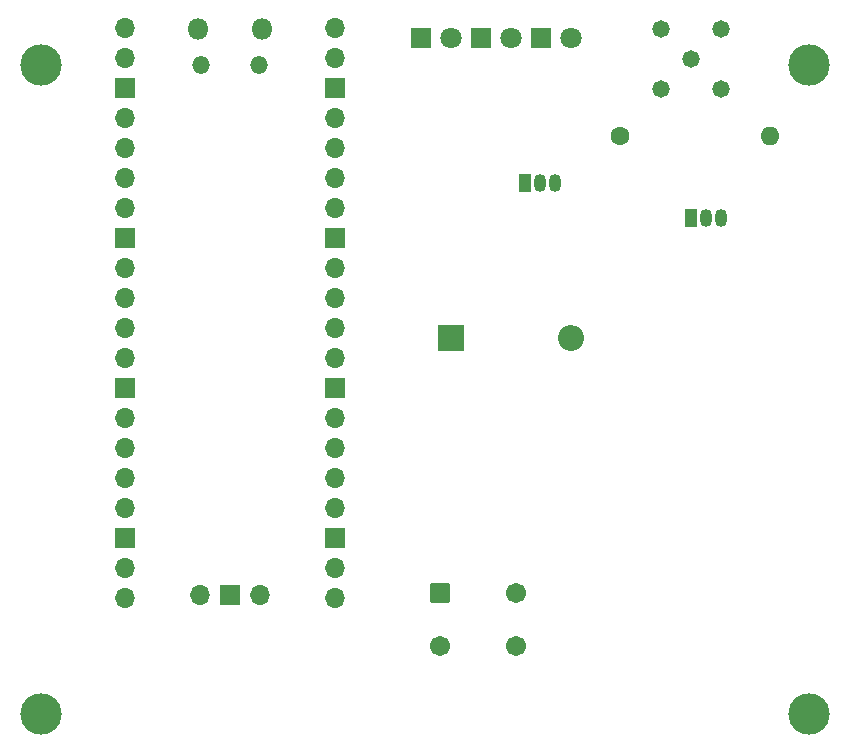
<source format=gbs>
G04 #@! TF.GenerationSoftware,KiCad,Pcbnew,7.0.8-7.0.8~ubuntu22.04.1*
G04 #@! TF.CreationDate,2023-12-12T02:33:25+01:00*
G04 #@! TF.ProjectId,kicad,6b696361-642e-46b6-9963-61645f706362,rev?*
G04 #@! TF.SameCoordinates,Original*
G04 #@! TF.FileFunction,Soldermask,Bot*
G04 #@! TF.FilePolarity,Negative*
%FSLAX46Y46*%
G04 Gerber Fmt 4.6, Leading zero omitted, Abs format (unit mm)*
G04 Created by KiCad (PCBNEW 7.0.8-7.0.8~ubuntu22.04.1) date 2023-12-12 02:33:25*
%MOMM*%
%LPD*%
G01*
G04 APERTURE LIST*
G04 Aperture macros list*
%AMRoundRect*
0 Rectangle with rounded corners*
0 $1 Rounding radius*
0 $2 $3 $4 $5 $6 $7 $8 $9 X,Y pos of 4 corners*
0 Add a 4 corners polygon primitive as box body*
4,1,4,$2,$3,$4,$5,$6,$7,$8,$9,$2,$3,0*
0 Add four circle primitives for the rounded corners*
1,1,$1+$1,$2,$3*
1,1,$1+$1,$4,$5*
1,1,$1+$1,$6,$7*
1,1,$1+$1,$8,$9*
0 Add four rect primitives between the rounded corners*
20,1,$1+$1,$2,$3,$4,$5,0*
20,1,$1+$1,$4,$5,$6,$7,0*
20,1,$1+$1,$6,$7,$8,$9,0*
20,1,$1+$1,$8,$9,$2,$3,0*%
G04 Aperture macros list end*
%ADD10R,1.800000X1.800000*%
%ADD11C,1.800000*%
%ADD12O,1.800000X1.800000*%
%ADD13O,1.500000X1.500000*%
%ADD14O,1.700000X1.700000*%
%ADD15R,1.700000X1.700000*%
%ADD16R,1.050000X1.500000*%
%ADD17O,1.050000X1.500000*%
%ADD18R,2.200000X2.200000*%
%ADD19O,2.200000X2.200000*%
%ADD20C,3.500000*%
%ADD21C,1.473200*%
%ADD22RoundRect,0.102000X-0.749000X-0.749000X0.749000X-0.749000X0.749000X0.749000X-0.749000X0.749000X0*%
%ADD23C,1.702000*%
%ADD24C,1.600000*%
%ADD25O,1.600000X1.600000*%
G04 APERTURE END LIST*
D10*
X137160000Y-45720000D03*
D11*
X139700000Y-45720000D03*
D12*
X118275000Y-45000000D03*
D13*
X118575000Y-48030000D03*
X123425000Y-48030000D03*
D12*
X123725000Y-45000000D03*
D14*
X112110000Y-44870000D03*
X112110000Y-47410000D03*
D15*
X112110000Y-49950000D03*
D14*
X112110000Y-52490000D03*
X112110000Y-55030000D03*
X112110000Y-57570000D03*
X112110000Y-60110000D03*
D15*
X112110000Y-62650000D03*
D14*
X112110000Y-65190000D03*
X112110000Y-67730000D03*
X112110000Y-70270000D03*
X112110000Y-72810000D03*
D15*
X112110000Y-75350000D03*
D14*
X112110000Y-77890000D03*
X112110000Y-80430000D03*
X112110000Y-82970000D03*
X112110000Y-85510000D03*
D15*
X112110000Y-88050000D03*
D14*
X112110000Y-90590000D03*
X112110000Y-93130000D03*
X129890000Y-93130000D03*
X129890000Y-90590000D03*
D15*
X129890000Y-88050000D03*
D14*
X129890000Y-85510000D03*
X129890000Y-82970000D03*
X129890000Y-80430000D03*
X129890000Y-77890000D03*
D15*
X129890000Y-75350000D03*
D14*
X129890000Y-72810000D03*
X129890000Y-70270000D03*
X129890000Y-67730000D03*
X129890000Y-65190000D03*
D15*
X129890000Y-62650000D03*
D14*
X129890000Y-60110000D03*
X129890000Y-57570000D03*
X129890000Y-55030000D03*
X129890000Y-52490000D03*
D15*
X129890000Y-49950000D03*
D14*
X129890000Y-47410000D03*
X129890000Y-44870000D03*
X118460000Y-92900000D03*
D15*
X121000000Y-92900000D03*
D14*
X123540000Y-92900000D03*
D16*
X160020000Y-60960000D03*
D17*
X161290000Y-60960000D03*
X162560000Y-60960000D03*
D10*
X142240000Y-45720000D03*
D11*
X144780000Y-45720000D03*
D18*
X139700000Y-71120000D03*
D19*
X149860000Y-71120000D03*
D20*
X170000000Y-48000000D03*
D21*
X160020000Y-47540000D03*
X157480000Y-45000000D03*
X157480000Y-50080000D03*
X162560000Y-50080000D03*
X162560000Y-45000000D03*
D10*
X147320000Y-45720000D03*
D11*
X149860000Y-45720000D03*
D22*
X138750000Y-92750000D03*
D23*
X138750000Y-97250000D03*
X145250000Y-92750000D03*
X145250000Y-97250000D03*
D16*
X146000000Y-58000000D03*
D17*
X147270000Y-58000000D03*
X148540000Y-58000000D03*
D20*
X170000000Y-103000000D03*
D24*
X154000000Y-54000000D03*
D25*
X166700000Y-54000000D03*
D20*
X105000000Y-48000000D03*
X105000000Y-103000000D03*
M02*

</source>
